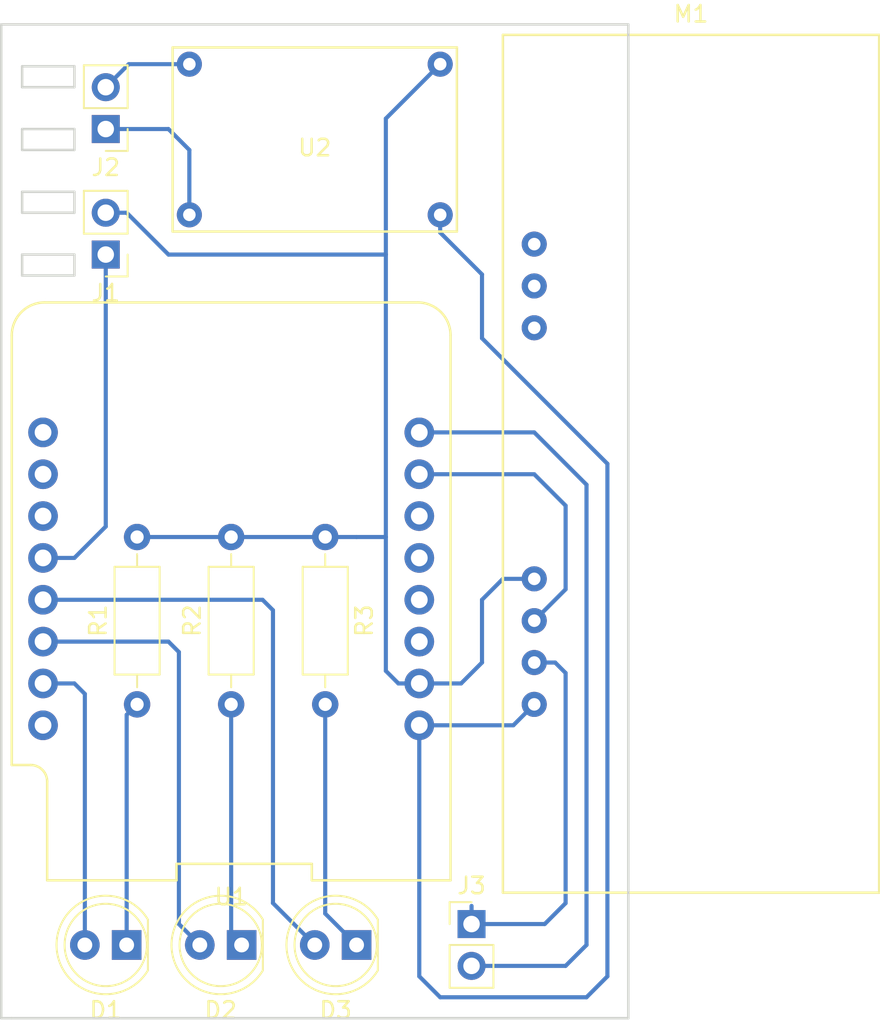
<source format=kicad_pcb>
(kicad_pcb (version 20171130) (host pcbnew 5.0.2+dfsg1-1)

  (general
    (thickness 1.6)
    (drawings 22)
    (tracks 69)
    (zones 0)
    (modules 12)
    (nets 26)
  )

  (page A4)
  (layers
    (0 F.Cu signal)
    (31 B.Cu signal)
    (32 B.Adhes user)
    (33 F.Adhes user)
    (34 B.Paste user)
    (35 F.Paste user)
    (36 B.SilkS user)
    (37 F.SilkS user)
    (38 B.Mask user)
    (39 F.Mask user)
    (40 Dwgs.User user)
    (41 Cmts.User user)
    (42 Eco1.User user)
    (43 Eco2.User user)
    (44 Edge.Cuts user)
    (45 Margin user)
    (46 B.CrtYd user)
    (47 F.CrtYd user)
    (48 B.Fab user)
    (49 F.Fab user)
  )

  (setup
    (last_trace_width 0.25)
    (trace_clearance 0.2)
    (zone_clearance 0.508)
    (zone_45_only no)
    (trace_min 0.2)
    (segment_width 0.2)
    (edge_width 0.15)
    (via_size 0.8)
    (via_drill 0.4)
    (via_min_size 0.4)
    (via_min_drill 0.3)
    (uvia_size 0.3)
    (uvia_drill 0.1)
    (uvias_allowed no)
    (uvia_min_size 0.2)
    (uvia_min_drill 0.1)
    (pcb_text_width 0.3)
    (pcb_text_size 1.5 1.5)
    (mod_edge_width 0.15)
    (mod_text_size 1 1)
    (mod_text_width 0.15)
    (pad_size 1.524 1.524)
    (pad_drill 0.762)
    (pad_to_mask_clearance 0.051)
    (solder_mask_min_width 0.25)
    (aux_axis_origin 0 0)
    (visible_elements FFFFFF7F)
    (pcbplotparams
      (layerselection 0x01000_ffffffff)
      (usegerberextensions false)
      (usegerberattributes false)
      (usegerberadvancedattributes false)
      (creategerberjobfile false)
      (excludeedgelayer true)
      (linewidth 0.100000)
      (plotframeref false)
      (viasonmask false)
      (mode 1)
      (useauxorigin false)
      (hpglpennumber 1)
      (hpglpenspeed 20)
      (hpglpendiameter 15.000000)
      (psnegative false)
      (psa4output false)
      (plotreference true)
      (plotvalue true)
      (plotinvisibletext false)
      (padsonsilk false)
      (subtractmaskfromsilk false)
      (outputformat 1)
      (mirror false)
      (drillshape 0)
      (scaleselection 1)
      (outputdirectory "./"))
  )

  (net 0 "")
  (net 1 "Net-(U1-Pad16)")
  (net 2 "Net-(U1-Pad3)")
  (net 3 "Net-(U1-Pad4)")
  (net 4 "Net-(U1-Pad5)")
  (net 5 "Net-(U1-Pad11)")
  (net 6 "Net-(U1-Pad6)")
  (net 7 "Net-(U1-Pad10)")
  (net 8 "Net-(U1-Pad9)")
  (net 9 "Net-(M1-Pad3)")
  (net 10 "Net-(J1-Pad1)")
  (net 11 "Net-(J1-Pad2)")
  (net 12 "Net-(J2-Pad1)")
  (net 13 "Net-(J2-Pad2)")
  (net 14 "Net-(D1-Pad2)")
  (net 15 "Net-(D2-Pad2)")
  (net 16 "Net-(D3-Pad2)")
  (net 17 "Net-(M1-Pad7)")
  (net 18 "Net-(M1-Pad6)")
  (net 19 "Net-(M1-Pad5)")
  (net 20 "Net-(D1-Pad1)")
  (net 21 "Net-(D2-Pad1)")
  (net 22 "Net-(D3-Pad1)")
  (net 23 "Net-(J3-Pad2)")
  (net 24 "Net-(J3-Pad1)")
  (net 25 "Net-(M1-Pad1)")

  (net_class Default "This is the default net class."
    (clearance 0.2)
    (trace_width 0.25)
    (via_dia 0.8)
    (via_drill 0.4)
    (uvia_dia 0.3)
    (uvia_drill 0.1)
    (add_net "Net-(D1-Pad1)")
    (add_net "Net-(D1-Pad2)")
    (add_net "Net-(D2-Pad1)")
    (add_net "Net-(D2-Pad2)")
    (add_net "Net-(D3-Pad1)")
    (add_net "Net-(D3-Pad2)")
    (add_net "Net-(J1-Pad1)")
    (add_net "Net-(J1-Pad2)")
    (add_net "Net-(J2-Pad1)")
    (add_net "Net-(J2-Pad2)")
    (add_net "Net-(J3-Pad1)")
    (add_net "Net-(J3-Pad2)")
    (add_net "Net-(M1-Pad1)")
    (add_net "Net-(M1-Pad3)")
    (add_net "Net-(M1-Pad5)")
    (add_net "Net-(M1-Pad6)")
    (add_net "Net-(M1-Pad7)")
    (add_net "Net-(U1-Pad10)")
    (add_net "Net-(U1-Pad11)")
    (add_net "Net-(U1-Pad16)")
    (add_net "Net-(U1-Pad3)")
    (add_net "Net-(U1-Pad4)")
    (add_net "Net-(U1-Pad5)")
    (add_net "Net-(U1-Pad6)")
    (add_net "Net-(U1-Pad9)")
  )

  (module Connector_PinHeader_2.54mm:PinHeader_1x02_P2.54mm_Vertical (layer F.Cu) (tedit 59FED5CC) (tstamp 5D50FE4A)
    (at 97.79 93.345 180)
    (descr "Through hole straight pin header, 1x02, 2.54mm pitch, single row")
    (tags "Through hole pin header THT 1x02 2.54mm single row")
    (path /5D4B4F88)
    (fp_text reference J1 (at 0 -2.33 180) (layer F.SilkS)
      (effects (font (size 1 1) (thickness 0.15)))
    )
    (fp_text value "Relay output" (at 0 4.87 180) (layer F.Fab)
      (effects (font (size 1 1) (thickness 0.15)))
    )
    (fp_line (start -0.635 -1.27) (end 1.27 -1.27) (layer F.Fab) (width 0.1))
    (fp_line (start 1.27 -1.27) (end 1.27 3.81) (layer F.Fab) (width 0.1))
    (fp_line (start 1.27 3.81) (end -1.27 3.81) (layer F.Fab) (width 0.1))
    (fp_line (start -1.27 3.81) (end -1.27 -0.635) (layer F.Fab) (width 0.1))
    (fp_line (start -1.27 -0.635) (end -0.635 -1.27) (layer F.Fab) (width 0.1))
    (fp_line (start -1.33 3.87) (end 1.33 3.87) (layer F.SilkS) (width 0.12))
    (fp_line (start -1.33 1.27) (end -1.33 3.87) (layer F.SilkS) (width 0.12))
    (fp_line (start 1.33 1.27) (end 1.33 3.87) (layer F.SilkS) (width 0.12))
    (fp_line (start -1.33 1.27) (end 1.33 1.27) (layer F.SilkS) (width 0.12))
    (fp_line (start -1.33 0) (end -1.33 -1.33) (layer F.SilkS) (width 0.12))
    (fp_line (start -1.33 -1.33) (end 0 -1.33) (layer F.SilkS) (width 0.12))
    (fp_line (start -1.8 -1.8) (end -1.8 4.35) (layer F.CrtYd) (width 0.05))
    (fp_line (start -1.8 4.35) (end 1.8 4.35) (layer F.CrtYd) (width 0.05))
    (fp_line (start 1.8 4.35) (end 1.8 -1.8) (layer F.CrtYd) (width 0.05))
    (fp_line (start 1.8 -1.8) (end -1.8 -1.8) (layer F.CrtYd) (width 0.05))
    (fp_text user %R (at 0 1.27) (layer F.Fab)
      (effects (font (size 1 1) (thickness 0.15)))
    )
    (pad 1 thru_hole rect (at 0 0 180) (size 1.7 1.7) (drill 1) (layers *.Cu *.Mask)
      (net 10 "Net-(J1-Pad1)"))
    (pad 2 thru_hole oval (at 0 2.54 180) (size 1.7 1.7) (drill 1) (layers *.Cu *.Mask)
      (net 11 "Net-(J1-Pad2)"))
    (model ${KISYS3DMOD}/Connector_PinHeader_2.54mm.3dshapes/PinHeader_1x02_P2.54mm_Vertical.wrl
      (at (xyz 0 0 0))
      (scale (xyz 1 1 1))
      (rotate (xyz 0 0 0))
    )
  )

  (module hal9k:hw-726 (layer F.Cu) (tedit 5D4ACAD2) (tstamp 5D4ADEDF)
    (at 121.92 80.01)
    (path /5D49BC44)
    (fp_text reference M1 (at 11.43 -1.27) (layer F.SilkS)
      (effects (font (size 1 1) (thickness 0.15)))
    )
    (fp_text value hw-726 (at 12.065 27.94 90) (layer F.Fab)
      (effects (font (size 1 1) (thickness 0.15)))
    )
    (fp_line (start 0 52.07) (end 0 0) (layer F.SilkS) (width 0.15))
    (fp_line (start 22.86 52.07) (end 0 52.07) (layer F.SilkS) (width 0.15))
    (fp_line (start 22.86 0) (end 22.86 52.07) (layer F.SilkS) (width 0.15))
    (fp_line (start 0 0) (end 22.86 0) (layer F.SilkS) (width 0.15))
    (pad 1 thru_hole circle (at 1.905 40.64) (size 1.524 1.524) (drill 0.762) (layers *.Cu *.Mask)
      (net 25 "Net-(M1-Pad1)"))
    (pad 2 thru_hole circle (at 1.905 38.1) (size 1.524 1.524) (drill 0.762) (layers *.Cu *.Mask)
      (net 24 "Net-(J3-Pad1)"))
    (pad 3 thru_hole circle (at 1.905 35.56) (size 1.524 1.524) (drill 0.762) (layers *.Cu *.Mask)
      (net 9 "Net-(M1-Pad3)"))
    (pad 4 thru_hole circle (at 1.905 33.02) (size 1.524 1.524) (drill 0.762) (layers *.Cu *.Mask)
      (net 11 "Net-(J1-Pad2)"))
    (pad 5 thru_hole circle (at 1.905 17.78) (size 1.524 1.524) (drill 0.762) (layers *.Cu *.Mask)
      (net 19 "Net-(M1-Pad5)"))
    (pad 6 thru_hole circle (at 1.905 15.24) (size 1.524 1.524) (drill 0.762) (layers *.Cu *.Mask)
      (net 18 "Net-(M1-Pad6)"))
    (pad 7 thru_hole circle (at 1.905 12.7) (size 1.524 1.524) (drill 0.762) (layers *.Cu *.Mask)
      (net 17 "Net-(M1-Pad7)"))
  )

  (module wemos-d1-mini:wemos-d1-mini-with-pin-header (layer F.Cu) (tedit 58B56635) (tstamp 5D515768)
    (at 105.41 113.03 90)
    (path /5D4984BA)
    (fp_text reference U1 (at -19.3 0 180) (layer F.SilkS)
      (effects (font (size 1 1) (thickness 0.15)))
    )
    (fp_text value WeMos_mini (at 10.16 -3.81 90) (layer F.Fab)
      (effects (font (size 1 1) (thickness 0.15)))
    )
    (fp_line (start -18.3 13.33) (end 14.78 13.33) (layer F.SilkS) (width 0.15))
    (fp_line (start 16.78 11.33) (end 16.78 -11.33) (layer F.SilkS) (width 0.15))
    (fp_line (start 14.78 -13.33) (end -11.3 -13.33) (layer F.SilkS) (width 0.15))
    (fp_line (start -18.3 -11.18) (end -18.3 -3.32) (layer F.SilkS) (width 0.15))
    (fp_line (start -18.3 -3.32) (end -17.3 -3.32) (layer F.SilkS) (width 0.15))
    (fp_line (start -17.3 -3.32) (end -17.3 4.9) (layer F.SilkS) (width 0.15))
    (fp_line (start -17.3 4.9) (end -18.3 4.9) (layer F.SilkS) (width 0.15))
    (fp_line (start -18.3 4.9) (end -18.3 13.329999) (layer F.SilkS) (width 0.15))
    (fp_line (start -11.48 -13.5) (end 14.85 -13.5) (layer F.CrtYd) (width 0.05))
    (fp_line (start 16.94 -11.5) (end 16.94 11.5) (layer F.CrtYd) (width 0.05))
    (fp_line (start 14.94 13.5) (end -18.46 13.5) (layer F.CrtYd) (width 0.05))
    (fp_line (start -18.46 13.5) (end -18.46 -11.33) (layer F.CrtYd) (width 0.05))
    (fp_arc (start 14.78 -11.33) (end 14.78 -13.33) (angle 90) (layer F.SilkS) (width 0.15))
    (fp_arc (start 14.78 11.33) (end 16.78 11.33) (angle 90) (layer F.SilkS) (width 0.15))
    (fp_arc (start 14.94 11.5) (end 16.94 11.5) (angle 90) (layer F.CrtYd) (width 0.05))
    (fp_arc (start 14.94 -11.5) (end 14.85 -13.5) (angle 92.57657183) (layer F.CrtYd) (width 0.05))
    (fp_line (start -18.3 -11.18) (end -12.3 -11.18) (layer F.SilkS) (width 0.15))
    (fp_arc (start -12.3 -12.18) (end -11.3 -12.18) (angle 90) (layer F.SilkS) (width 0.15))
    (fp_line (start -11.3 -12.17) (end -11.3 -13.33) (layer F.SilkS) (width 0.15))
    (fp_line (start -11.3 -13.33) (end -11.3 -13.33) (layer F.SilkS) (width 0.15))
    (fp_line (start -11.48 -13.5) (end -11.48 -12.33) (layer F.CrtYd) (width 0.05))
    (fp_line (start -18.46 -11.33) (end -12.48 -11.33) (layer F.CrtYd) (width 0.05))
    (fp_arc (start -12.48 -12.33) (end -11.48 -12.33) (angle 90) (layer F.CrtYd) (width 0.05))
    (pad 16 thru_hole circle (at -8.89 -11.43 90) (size 1.8 1.8) (drill 1.016) (layers *.Cu *.Mask)
      (net 1 "Net-(U1-Pad16)"))
    (pad 1 thru_hole circle (at -8.89 11.43 90) (size 1.8 1.8) (drill 1.016) (layers *.Cu *.Mask)
      (net 25 "Net-(M1-Pad1)"))
    (pad 15 thru_hole circle (at -6.35 -11.43 90) (size 1.8 1.8) (drill 1.016) (layers *.Cu *.Mask)
      (net 14 "Net-(D1-Pad2)"))
    (pad 2 thru_hole circle (at -6.35 11.43 90) (size 1.8 1.8) (drill 1.016) (layers *.Cu *.Mask)
      (net 11 "Net-(J1-Pad2)"))
    (pad 14 thru_hole circle (at -3.81 -11.43 90) (size 1.8 1.8) (drill 1.016) (layers *.Cu *.Mask)
      (net 15 "Net-(D2-Pad2)"))
    (pad 3 thru_hole circle (at -3.81 11.43 90) (size 1.8 1.8) (drill 1.016) (layers *.Cu *.Mask)
      (net 2 "Net-(U1-Pad3)"))
    (pad 13 thru_hole circle (at -1.27 -11.43 90) (size 1.8 1.8) (drill 1.016) (layers *.Cu *.Mask)
      (net 16 "Net-(D3-Pad2)"))
    (pad 4 thru_hole circle (at -1.27 11.43 90) (size 1.8 1.8) (drill 1.016) (layers *.Cu *.Mask)
      (net 3 "Net-(U1-Pad4)"))
    (pad 12 thru_hole circle (at 1.27 -11.43 90) (size 1.8 1.8) (drill 1.016) (layers *.Cu *.Mask)
      (net 10 "Net-(J1-Pad1)"))
    (pad 5 thru_hole circle (at 1.27 11.43 90) (size 1.8 1.8) (drill 1.016) (layers *.Cu *.Mask)
      (net 4 "Net-(U1-Pad5)"))
    (pad 11 thru_hole circle (at 3.81 -11.43 90) (size 1.8 1.8) (drill 1.016) (layers *.Cu *.Mask)
      (net 5 "Net-(U1-Pad11)"))
    (pad 6 thru_hole circle (at 3.81 11.43 90) (size 1.8 1.8) (drill 1.016) (layers *.Cu *.Mask)
      (net 6 "Net-(U1-Pad6)"))
    (pad 10 thru_hole circle (at 6.35 -11.43 90) (size 1.8 1.8) (drill 1.016) (layers *.Cu *.Mask)
      (net 7 "Net-(U1-Pad10)"))
    (pad 7 thru_hole circle (at 6.35 11.43 90) (size 1.8 1.8) (drill 1.016) (layers *.Cu *.Mask)
      (net 9 "Net-(M1-Pad3)"))
    (pad 9 thru_hole circle (at 8.89 -11.43 90) (size 1.8 1.8) (drill 1.016) (layers *.Cu *.Mask)
      (net 8 "Net-(U1-Pad9)"))
    (pad 8 thru_hole circle (at 8.89 11.43 90) (size 1.8 1.8) (drill 1.016) (layers *.Cu *.Mask)
      (net 23 "Net-(J3-Pad2)"))
    (model ${KIPRJMOD}/3dshapes/wemos_d1_mini.3dshapes/d1_mini_shield.wrl
      (offset (xyz -17.89999973116897 -12.79999980776329 5.099999923405687))
      (scale (xyz 0.3937 0.3937 0.3937))
      (rotate (xyz 0 180 90))
    )
    (model ${KIPRJMOD}/3dshapes/wemos_d1_mini.3dshapes/TSW-108-05-G-S.wrl
      (offset (xyz 0 -11.39999982878918 2.599999960951919))
      (scale (xyz 0.3937 0.3937 0.3937))
      (rotate (xyz 90 0 0))
    )
    (model ${KIPRJMOD}/3dshapes/wemos_d1_mini.3dshapes/TSW-108-05-G-S.wrl
      (offset (xyz 0 11.39999982878918 2.599999960951919))
      (scale (xyz 0.3937 0.3937 0.3937))
      (rotate (xyz 90 0 0))
    )
  )

  (module Connector_PinHeader_2.54mm:PinHeader_1x02_P2.54mm_Vertical (layer F.Cu) (tedit 59FED5CC) (tstamp 5D4AE599)
    (at 97.79 85.725 180)
    (descr "Through hole straight pin header, 1x02, 2.54mm pitch, single row")
    (tags "Through hole pin header THT 1x02 2.54mm single row")
    (path /5D4A0F6C)
    (fp_text reference J2 (at 0 -2.33 180) (layer F.SilkS)
      (effects (font (size 1 1) (thickness 0.15)))
    )
    (fp_text value Power (at 0 4.87 180) (layer F.Fab)
      (effects (font (size 1 1) (thickness 0.15)))
    )
    (fp_line (start -0.635 -1.27) (end 1.27 -1.27) (layer F.Fab) (width 0.1))
    (fp_line (start 1.27 -1.27) (end 1.27 3.81) (layer F.Fab) (width 0.1))
    (fp_line (start 1.27 3.81) (end -1.27 3.81) (layer F.Fab) (width 0.1))
    (fp_line (start -1.27 3.81) (end -1.27 -0.635) (layer F.Fab) (width 0.1))
    (fp_line (start -1.27 -0.635) (end -0.635 -1.27) (layer F.Fab) (width 0.1))
    (fp_line (start -1.33 3.87) (end 1.33 3.87) (layer F.SilkS) (width 0.12))
    (fp_line (start -1.33 1.27) (end -1.33 3.87) (layer F.SilkS) (width 0.12))
    (fp_line (start 1.33 1.27) (end 1.33 3.87) (layer F.SilkS) (width 0.12))
    (fp_line (start -1.33 1.27) (end 1.33 1.27) (layer F.SilkS) (width 0.12))
    (fp_line (start -1.33 0) (end -1.33 -1.33) (layer F.SilkS) (width 0.12))
    (fp_line (start -1.33 -1.33) (end 0 -1.33) (layer F.SilkS) (width 0.12))
    (fp_line (start -1.8 -1.8) (end -1.8 4.35) (layer F.CrtYd) (width 0.05))
    (fp_line (start -1.8 4.35) (end 1.8 4.35) (layer F.CrtYd) (width 0.05))
    (fp_line (start 1.8 4.35) (end 1.8 -1.8) (layer F.CrtYd) (width 0.05))
    (fp_line (start 1.8 -1.8) (end -1.8 -1.8) (layer F.CrtYd) (width 0.05))
    (fp_text user %R (at 0 1.27 270) (layer F.Fab)
      (effects (font (size 1 1) (thickness 0.15)))
    )
    (pad 1 thru_hole rect (at 0 0 180) (size 1.7 1.7) (drill 1) (layers *.Cu *.Mask)
      (net 12 "Net-(J2-Pad1)"))
    (pad 2 thru_hole oval (at 0 2.54 180) (size 1.7 1.7) (drill 1) (layers *.Cu *.Mask)
      (net 13 "Net-(J2-Pad2)"))
    (model ${KISYS3DMOD}/Connector_PinHeader_2.54mm.3dshapes/PinHeader_1x02_P2.54mm_Vertical.wrl
      (at (xyz 0 0 0))
      (scale (xyz 1 1 1))
      (rotate (xyz 0 0 0))
    )
  )

  (module hal9k:DSN-MINI-360 (layer F.Cu) (tedit 5D4AA84C) (tstamp 5D4AE526)
    (at 110.49 86.36)
    (path /5D4A0592)
    (fp_text reference U2 (at 0 0.5) (layer F.SilkS)
      (effects (font (size 1 1) (thickness 0.15)))
    )
    (fp_text value MH-MINI-360 (at 0 -0.5) (layer F.Fab)
      (effects (font (size 1 1) (thickness 0.15)))
    )
    (fp_line (start -8.636 -5.588) (end -8.636 -4.572) (layer F.SilkS) (width 0.15))
    (fp_line (start 8.636 -4.572) (end 8.636 -5.588) (layer F.SilkS) (width 0.15))
    (fp_line (start 8.636 5.588) (end 8.636 4.572) (layer F.SilkS) (width 0.15))
    (fp_line (start -8.636 4.572) (end -8.636 5.588) (layer F.SilkS) (width 0.15))
    (fp_line (start 8.636 5.588) (end -8.636 5.588) (layer F.SilkS) (width 0.15))
    (fp_line (start -8.636 -5.588) (end 8.636 -5.588) (layer F.SilkS) (width 0.15))
    (fp_line (start 8.636 -4.572) (end 8.636 4.572) (layer F.SilkS) (width 0.15))
    (fp_line (start -8.636 4.572) (end -8.636 -4.572) (layer F.SilkS) (width 0.15))
    (pad IN- thru_hole circle (at -7.62 -4.572) (size 1.524 1.524) (drill 0.762) (layers *.Cu *.Mask)
      (net 13 "Net-(J2-Pad2)"))
    (pad OUT- thru_hole circle (at 7.62 -4.572) (size 1.524 1.524) (drill 0.762) (layers *.Cu *.Mask)
      (net 11 "Net-(J1-Pad2)"))
    (pad OUT+ thru_hole circle (at 7.62 4.572) (size 1.524 1.524) (drill 0.762) (layers *.Cu *.Mask)
      (net 25 "Net-(M1-Pad1)"))
    (pad IN+ thru_hole circle (at -7.62 4.572) (size 1.524 1.524) (drill 0.762) (layers *.Cu *.Mask)
      (net 12 "Net-(J2-Pad1)"))
  )

  (module Resistor_THT:R_Axial_DIN0207_L6.3mm_D2.5mm_P10.16mm_Horizontal (layer F.Cu) (tedit 5AE5139B) (tstamp 5D515661)
    (at 99.695 120.65 90)
    (descr "Resistor, Axial_DIN0207 series, Axial, Horizontal, pin pitch=10.16mm, 0.25W = 1/4W, length*diameter=6.3*2.5mm^2, http://cdn-reichelt.de/documents/datenblatt/B400/1_4W%23YAG.pdf")
    (tags "Resistor Axial_DIN0207 series Axial Horizontal pin pitch 10.16mm 0.25W = 1/4W length 6.3mm diameter 2.5mm")
    (path /5D4A2E78)
    (fp_text reference R1 (at 5.08 -2.37 90) (layer F.SilkS)
      (effects (font (size 1 1) (thickness 0.15)))
    )
    (fp_text value 330 (at 5.08 2.37 90) (layer F.Fab)
      (effects (font (size 1 1) (thickness 0.15)))
    )
    (fp_line (start 1.93 -1.25) (end 1.93 1.25) (layer F.Fab) (width 0.1))
    (fp_line (start 1.93 1.25) (end 8.23 1.25) (layer F.Fab) (width 0.1))
    (fp_line (start 8.23 1.25) (end 8.23 -1.25) (layer F.Fab) (width 0.1))
    (fp_line (start 8.23 -1.25) (end 1.93 -1.25) (layer F.Fab) (width 0.1))
    (fp_line (start 0 0) (end 1.93 0) (layer F.Fab) (width 0.1))
    (fp_line (start 10.16 0) (end 8.23 0) (layer F.Fab) (width 0.1))
    (fp_line (start 1.81 -1.37) (end 1.81 1.37) (layer F.SilkS) (width 0.12))
    (fp_line (start 1.81 1.37) (end 8.35 1.37) (layer F.SilkS) (width 0.12))
    (fp_line (start 8.35 1.37) (end 8.35 -1.37) (layer F.SilkS) (width 0.12))
    (fp_line (start 8.35 -1.37) (end 1.81 -1.37) (layer F.SilkS) (width 0.12))
    (fp_line (start 1.04 0) (end 1.81 0) (layer F.SilkS) (width 0.12))
    (fp_line (start 9.12 0) (end 8.35 0) (layer F.SilkS) (width 0.12))
    (fp_line (start -1.05 -1.5) (end -1.05 1.5) (layer F.CrtYd) (width 0.05))
    (fp_line (start -1.05 1.5) (end 11.21 1.5) (layer F.CrtYd) (width 0.05))
    (fp_line (start 11.21 1.5) (end 11.21 -1.5) (layer F.CrtYd) (width 0.05))
    (fp_line (start 11.21 -1.5) (end -1.05 -1.5) (layer F.CrtYd) (width 0.05))
    (fp_text user %R (at 5.08 0 90) (layer F.Fab)
      (effects (font (size 1 1) (thickness 0.15)))
    )
    (pad 1 thru_hole circle (at 0 0 90) (size 1.6 1.6) (drill 0.8) (layers *.Cu *.Mask)
      (net 20 "Net-(D1-Pad1)"))
    (pad 2 thru_hole oval (at 10.16 0 90) (size 1.6 1.6) (drill 0.8) (layers *.Cu *.Mask)
      (net 11 "Net-(J1-Pad2)"))
    (model ${KISYS3DMOD}/Resistor_THT.3dshapes/R_Axial_DIN0207_L6.3mm_D2.5mm_P10.16mm_Horizontal.wrl
      (at (xyz 0 0 0))
      (scale (xyz 1 1 1))
      (rotate (xyz 0 0 0))
    )
  )

  (module Resistor_THT:R_Axial_DIN0207_L6.3mm_D2.5mm_P10.16mm_Horizontal (layer F.Cu) (tedit 5AE5139B) (tstamp 5D4F81D4)
    (at 105.41 120.65 90)
    (descr "Resistor, Axial_DIN0207 series, Axial, Horizontal, pin pitch=10.16mm, 0.25W = 1/4W, length*diameter=6.3*2.5mm^2, http://cdn-reichelt.de/documents/datenblatt/B400/1_4W%23YAG.pdf")
    (tags "Resistor Axial_DIN0207 series Axial Horizontal pin pitch 10.16mm 0.25W = 1/4W length 6.3mm diameter 2.5mm")
    (path /5D4A32C7)
    (fp_text reference R2 (at 5.08 -2.37 90) (layer F.SilkS)
      (effects (font (size 1 1) (thickness 0.15)))
    )
    (fp_text value 330 (at 5.08 2.37 90) (layer F.Fab)
      (effects (font (size 1 1) (thickness 0.15)))
    )
    (fp_text user %R (at 5.08 0 90) (layer F.Fab)
      (effects (font (size 1 1) (thickness 0.15)))
    )
    (fp_line (start 11.21 -1.5) (end -1.05 -1.5) (layer F.CrtYd) (width 0.05))
    (fp_line (start 11.21 1.5) (end 11.21 -1.5) (layer F.CrtYd) (width 0.05))
    (fp_line (start -1.05 1.5) (end 11.21 1.5) (layer F.CrtYd) (width 0.05))
    (fp_line (start -1.05 -1.5) (end -1.05 1.5) (layer F.CrtYd) (width 0.05))
    (fp_line (start 9.12 0) (end 8.35 0) (layer F.SilkS) (width 0.12))
    (fp_line (start 1.04 0) (end 1.81 0) (layer F.SilkS) (width 0.12))
    (fp_line (start 8.35 -1.37) (end 1.81 -1.37) (layer F.SilkS) (width 0.12))
    (fp_line (start 8.35 1.37) (end 8.35 -1.37) (layer F.SilkS) (width 0.12))
    (fp_line (start 1.81 1.37) (end 8.35 1.37) (layer F.SilkS) (width 0.12))
    (fp_line (start 1.81 -1.37) (end 1.81 1.37) (layer F.SilkS) (width 0.12))
    (fp_line (start 10.16 0) (end 8.23 0) (layer F.Fab) (width 0.1))
    (fp_line (start 0 0) (end 1.93 0) (layer F.Fab) (width 0.1))
    (fp_line (start 8.23 -1.25) (end 1.93 -1.25) (layer F.Fab) (width 0.1))
    (fp_line (start 8.23 1.25) (end 8.23 -1.25) (layer F.Fab) (width 0.1))
    (fp_line (start 1.93 1.25) (end 8.23 1.25) (layer F.Fab) (width 0.1))
    (fp_line (start 1.93 -1.25) (end 1.93 1.25) (layer F.Fab) (width 0.1))
    (pad 2 thru_hole oval (at 10.16 0 90) (size 1.6 1.6) (drill 0.8) (layers *.Cu *.Mask)
      (net 11 "Net-(J1-Pad2)"))
    (pad 1 thru_hole circle (at 0 0 90) (size 1.6 1.6) (drill 0.8) (layers *.Cu *.Mask)
      (net 21 "Net-(D2-Pad1)"))
    (model ${KISYS3DMOD}/Resistor_THT.3dshapes/R_Axial_DIN0207_L6.3mm_D2.5mm_P10.16mm_Horizontal.wrl
      (at (xyz 0 0 0))
      (scale (xyz 1 1 1))
      (rotate (xyz 0 0 0))
    )
  )

  (module Resistor_THT:R_Axial_DIN0207_L6.3mm_D2.5mm_P10.16mm_Horizontal (layer F.Cu) (tedit 5AE5139B) (tstamp 5D4F7F61)
    (at 111.125 110.49 270)
    (descr "Resistor, Axial_DIN0207 series, Axial, Horizontal, pin pitch=10.16mm, 0.25W = 1/4W, length*diameter=6.3*2.5mm^2, http://cdn-reichelt.de/documents/datenblatt/B400/1_4W%23YAG.pdf")
    (tags "Resistor Axial_DIN0207 series Axial Horizontal pin pitch 10.16mm 0.25W = 1/4W length 6.3mm diameter 2.5mm")
    (path /5D4A333E)
    (fp_text reference R3 (at 5.08 -2.37 270) (layer F.SilkS)
      (effects (font (size 1 1) (thickness 0.15)))
    )
    (fp_text value 330 (at 5.08 2.37 270) (layer F.Fab)
      (effects (font (size 1 1) (thickness 0.15)))
    )
    (fp_line (start 1.93 -1.25) (end 1.93 1.25) (layer F.Fab) (width 0.1))
    (fp_line (start 1.93 1.25) (end 8.23 1.25) (layer F.Fab) (width 0.1))
    (fp_line (start 8.23 1.25) (end 8.23 -1.25) (layer F.Fab) (width 0.1))
    (fp_line (start 8.23 -1.25) (end 1.93 -1.25) (layer F.Fab) (width 0.1))
    (fp_line (start 0 0) (end 1.93 0) (layer F.Fab) (width 0.1))
    (fp_line (start 10.16 0) (end 8.23 0) (layer F.Fab) (width 0.1))
    (fp_line (start 1.81 -1.37) (end 1.81 1.37) (layer F.SilkS) (width 0.12))
    (fp_line (start 1.81 1.37) (end 8.35 1.37) (layer F.SilkS) (width 0.12))
    (fp_line (start 8.35 1.37) (end 8.35 -1.37) (layer F.SilkS) (width 0.12))
    (fp_line (start 8.35 -1.37) (end 1.81 -1.37) (layer F.SilkS) (width 0.12))
    (fp_line (start 1.04 0) (end 1.81 0) (layer F.SilkS) (width 0.12))
    (fp_line (start 9.12 0) (end 8.35 0) (layer F.SilkS) (width 0.12))
    (fp_line (start -1.05 -1.5) (end -1.05 1.5) (layer F.CrtYd) (width 0.05))
    (fp_line (start -1.05 1.5) (end 11.21 1.5) (layer F.CrtYd) (width 0.05))
    (fp_line (start 11.21 1.5) (end 11.21 -1.5) (layer F.CrtYd) (width 0.05))
    (fp_line (start 11.21 -1.5) (end -1.05 -1.5) (layer F.CrtYd) (width 0.05))
    (fp_text user %R (at 5.08 0 270) (layer F.Fab)
      (effects (font (size 1 1) (thickness 0.15)))
    )
    (pad 1 thru_hole circle (at 0 0 270) (size 1.6 1.6) (drill 0.8) (layers *.Cu *.Mask)
      (net 11 "Net-(J1-Pad2)"))
    (pad 2 thru_hole oval (at 10.16 0 270) (size 1.6 1.6) (drill 0.8) (layers *.Cu *.Mask)
      (net 22 "Net-(D3-Pad1)"))
    (model ${KISYS3DMOD}/Resistor_THT.3dshapes/R_Axial_DIN0207_L6.3mm_D2.5mm_P10.16mm_Horizontal.wrl
      (at (xyz 0 0 0))
      (scale (xyz 1 1 1))
      (rotate (xyz 0 0 0))
    )
  )

  (module Connector_PinHeader_2.54mm:PinHeader_1x02_P2.54mm_Vertical (layer F.Cu) (tedit 59FED5CC) (tstamp 5D50F8EA)
    (at 120.015 133.985)
    (descr "Through hole straight pin header, 1x02, 2.54mm pitch, single row")
    (tags "Through hole pin header THT 1x02 2.54mm single row")
    (path /5D4B5EF7)
    (fp_text reference J3 (at 0 -2.33) (layer F.SilkS)
      (effects (font (size 1 1) (thickness 0.15)))
    )
    (fp_text value "Enable ModBus" (at 0 4.87) (layer F.Fab)
      (effects (font (size 1 1) (thickness 0.15)))
    )
    (fp_text user %R (at 0 1.27 180) (layer F.Fab)
      (effects (font (size 1 1) (thickness 0.15)))
    )
    (fp_line (start 1.8 -1.8) (end -1.8 -1.8) (layer F.CrtYd) (width 0.05))
    (fp_line (start 1.8 4.35) (end 1.8 -1.8) (layer F.CrtYd) (width 0.05))
    (fp_line (start -1.8 4.35) (end 1.8 4.35) (layer F.CrtYd) (width 0.05))
    (fp_line (start -1.8 -1.8) (end -1.8 4.35) (layer F.CrtYd) (width 0.05))
    (fp_line (start -1.33 -1.33) (end 0 -1.33) (layer F.SilkS) (width 0.12))
    (fp_line (start -1.33 0) (end -1.33 -1.33) (layer F.SilkS) (width 0.12))
    (fp_line (start -1.33 1.27) (end 1.33 1.27) (layer F.SilkS) (width 0.12))
    (fp_line (start 1.33 1.27) (end 1.33 3.87) (layer F.SilkS) (width 0.12))
    (fp_line (start -1.33 1.27) (end -1.33 3.87) (layer F.SilkS) (width 0.12))
    (fp_line (start -1.33 3.87) (end 1.33 3.87) (layer F.SilkS) (width 0.12))
    (fp_line (start -1.27 -0.635) (end -0.635 -1.27) (layer F.Fab) (width 0.1))
    (fp_line (start -1.27 3.81) (end -1.27 -0.635) (layer F.Fab) (width 0.1))
    (fp_line (start 1.27 3.81) (end -1.27 3.81) (layer F.Fab) (width 0.1))
    (fp_line (start 1.27 -1.27) (end 1.27 3.81) (layer F.Fab) (width 0.1))
    (fp_line (start -0.635 -1.27) (end 1.27 -1.27) (layer F.Fab) (width 0.1))
    (pad 2 thru_hole oval (at 0 2.54) (size 1.7 1.7) (drill 1) (layers *.Cu *.Mask)
      (net 23 "Net-(J3-Pad2)"))
    (pad 1 thru_hole rect (at 0 0) (size 1.7 1.7) (drill 1) (layers *.Cu *.Mask)
      (net 24 "Net-(J3-Pad1)"))
    (model ${KISYS3DMOD}/Connector_PinHeader_2.54mm.3dshapes/PinHeader_1x02_P2.54mm_Vertical.wrl
      (at (xyz 0 0 0))
      (scale (xyz 1 1 1))
      (rotate (xyz 0 0 0))
    )
  )

  (module LED_THT:LED_D5.0mm (layer F.Cu) (tedit 5995936A) (tstamp 5D51019C)
    (at 99.06 135.255 180)
    (descr "LED, diameter 5.0mm, 2 pins, http://cdn-reichelt.de/documents/datenblatt/A500/LL-504BC2E-009.pdf")
    (tags "LED diameter 5.0mm 2 pins")
    (path /5D4A2973)
    (fp_text reference D1 (at 1.27 -3.96 180) (layer F.SilkS)
      (effects (font (size 1 1) (thickness 0.15)))
    )
    (fp_text value LED (at 1.27 3.96 180) (layer F.Fab)
      (effects (font (size 1 1) (thickness 0.15)))
    )
    (fp_arc (start 1.27 0) (end -1.23 -1.469694) (angle 299.1) (layer F.Fab) (width 0.1))
    (fp_arc (start 1.27 0) (end -1.29 -1.54483) (angle 148.9) (layer F.SilkS) (width 0.12))
    (fp_arc (start 1.27 0) (end -1.29 1.54483) (angle -148.9) (layer F.SilkS) (width 0.12))
    (fp_circle (center 1.27 0) (end 3.77 0) (layer F.Fab) (width 0.1))
    (fp_circle (center 1.27 0) (end 3.77 0) (layer F.SilkS) (width 0.12))
    (fp_line (start -1.23 -1.469694) (end -1.23 1.469694) (layer F.Fab) (width 0.1))
    (fp_line (start -1.29 -1.545) (end -1.29 1.545) (layer F.SilkS) (width 0.12))
    (fp_line (start -1.95 -3.25) (end -1.95 3.25) (layer F.CrtYd) (width 0.05))
    (fp_line (start -1.95 3.25) (end 4.5 3.25) (layer F.CrtYd) (width 0.05))
    (fp_line (start 4.5 3.25) (end 4.5 -3.25) (layer F.CrtYd) (width 0.05))
    (fp_line (start 4.5 -3.25) (end -1.95 -3.25) (layer F.CrtYd) (width 0.05))
    (fp_text user %R (at 1.25 0 180) (layer F.Fab)
      (effects (font (size 0.8 0.8) (thickness 0.2)))
    )
    (pad 1 thru_hole rect (at 0 0 180) (size 1.8 1.8) (drill 0.9) (layers *.Cu *.Mask)
      (net 20 "Net-(D1-Pad1)"))
    (pad 2 thru_hole circle (at 2.54 0 180) (size 1.8 1.8) (drill 0.9) (layers *.Cu *.Mask)
      (net 14 "Net-(D1-Pad2)"))
    (model ${KISYS3DMOD}/LED_THT.3dshapes/LED_D5.0mm.wrl
      (at (xyz 0 0 0))
      (scale (xyz 1 1 1))
      (rotate (xyz 0 0 0))
    )
  )

  (module LED_THT:LED_D5.0mm (layer F.Cu) (tedit 5995936A) (tstamp 5D50FDAD)
    (at 106.045 135.255 180)
    (descr "LED, diameter 5.0mm, 2 pins, http://cdn-reichelt.de/documents/datenblatt/A500/LL-504BC2E-009.pdf")
    (tags "LED diameter 5.0mm 2 pins")
    (path /5D4A2B9F)
    (fp_text reference D2 (at 1.27 -3.96 180) (layer F.SilkS)
      (effects (font (size 1 1) (thickness 0.15)))
    )
    (fp_text value LED (at 1.27 3.96 180) (layer F.Fab)
      (effects (font (size 1 1) (thickness 0.15)))
    )
    (fp_text user %R (at 1.25 0 180) (layer F.Fab)
      (effects (font (size 0.8 0.8) (thickness 0.2)))
    )
    (fp_line (start 4.5 -3.25) (end -1.95 -3.25) (layer F.CrtYd) (width 0.05))
    (fp_line (start 4.5 3.25) (end 4.5 -3.25) (layer F.CrtYd) (width 0.05))
    (fp_line (start -1.95 3.25) (end 4.5 3.25) (layer F.CrtYd) (width 0.05))
    (fp_line (start -1.95 -3.25) (end -1.95 3.25) (layer F.CrtYd) (width 0.05))
    (fp_line (start -1.29 -1.545) (end -1.29 1.545) (layer F.SilkS) (width 0.12))
    (fp_line (start -1.23 -1.469694) (end -1.23 1.469694) (layer F.Fab) (width 0.1))
    (fp_circle (center 1.27 0) (end 3.77 0) (layer F.SilkS) (width 0.12))
    (fp_circle (center 1.27 0) (end 3.77 0) (layer F.Fab) (width 0.1))
    (fp_arc (start 1.27 0) (end -1.29 1.54483) (angle -148.9) (layer F.SilkS) (width 0.12))
    (fp_arc (start 1.27 0) (end -1.29 -1.54483) (angle 148.9) (layer F.SilkS) (width 0.12))
    (fp_arc (start 1.27 0) (end -1.23 -1.469694) (angle 299.1) (layer F.Fab) (width 0.1))
    (pad 2 thru_hole circle (at 2.54 0 180) (size 1.8 1.8) (drill 0.9) (layers *.Cu *.Mask)
      (net 15 "Net-(D2-Pad2)"))
    (pad 1 thru_hole rect (at 0 0 180) (size 1.8 1.8) (drill 0.9) (layers *.Cu *.Mask)
      (net 21 "Net-(D2-Pad1)"))
    (model ${KISYS3DMOD}/LED_THT.3dshapes/LED_D5.0mm.wrl
      (at (xyz 0 0 0))
      (scale (xyz 1 1 1))
      (rotate (xyz 0 0 0))
    )
  )

  (module LED_THT:LED_D5.0mm (layer F.Cu) (tedit 5995936A) (tstamp 5D50FDE0)
    (at 113.03 135.255 180)
    (descr "LED, diameter 5.0mm, 2 pins, http://cdn-reichelt.de/documents/datenblatt/A500/LL-504BC2E-009.pdf")
    (tags "LED diameter 5.0mm 2 pins")
    (path /5D4A2BF4)
    (fp_text reference D3 (at 1.27 -3.96 180) (layer F.SilkS)
      (effects (font (size 1 1) (thickness 0.15)))
    )
    (fp_text value LED (at 1.27 3.96 180) (layer F.Fab)
      (effects (font (size 1 1) (thickness 0.15)))
    )
    (fp_arc (start 1.27 0) (end -1.23 -1.469694) (angle 299.1) (layer F.Fab) (width 0.1))
    (fp_arc (start 1.27 0) (end -1.29 -1.54483) (angle 148.9) (layer F.SilkS) (width 0.12))
    (fp_arc (start 1.27 0) (end -1.29 1.54483) (angle -148.9) (layer F.SilkS) (width 0.12))
    (fp_circle (center 1.27 0) (end 3.77 0) (layer F.Fab) (width 0.1))
    (fp_circle (center 1.27 0) (end 3.77 0) (layer F.SilkS) (width 0.12))
    (fp_line (start -1.23 -1.469694) (end -1.23 1.469694) (layer F.Fab) (width 0.1))
    (fp_line (start -1.29 -1.545) (end -1.29 1.545) (layer F.SilkS) (width 0.12))
    (fp_line (start -1.95 -3.25) (end -1.95 3.25) (layer F.CrtYd) (width 0.05))
    (fp_line (start -1.95 3.25) (end 4.5 3.25) (layer F.CrtYd) (width 0.05))
    (fp_line (start 4.5 3.25) (end 4.5 -3.25) (layer F.CrtYd) (width 0.05))
    (fp_line (start 4.5 -3.25) (end -1.95 -3.25) (layer F.CrtYd) (width 0.05))
    (fp_text user %R (at 1.25 0 180) (layer F.Fab)
      (effects (font (size 0.8 0.8) (thickness 0.2)))
    )
    (pad 1 thru_hole rect (at 0 0 180) (size 1.8 1.8) (drill 0.9) (layers *.Cu *.Mask)
      (net 22 "Net-(D3-Pad1)"))
    (pad 2 thru_hole circle (at 2.54 0 180) (size 1.8 1.8) (drill 0.9) (layers *.Cu *.Mask)
      (net 16 "Net-(D3-Pad2)"))
    (model ${KISYS3DMOD}/LED_THT.3dshapes/LED_D5.0mm.wrl
      (at (xyz 0 0 0))
      (scale (xyz 1 1 1))
      (rotate (xyz 0 0 0))
    )
  )

  (gr_text "WeMos+ModBus\nAnders Kvist\nanderskvist@gmail.com" (at 108.585 95.25 270) (layer Eco1.User)
    (effects (font (size 1.5 1.5) (thickness 0.3)) (justify mirror))
  )
  (gr_line (start 95.885 94.615) (end 95.885 93.345) (layer Edge.Cuts) (width 0.15))
  (gr_line (start 92.71 94.615) (end 95.885 94.615) (layer Edge.Cuts) (width 0.15))
  (gr_line (start 92.71 93.345) (end 92.71 94.615) (layer Edge.Cuts) (width 0.15))
  (gr_line (start 95.885 93.345) (end 92.71 93.345) (layer Edge.Cuts) (width 0.15))
  (gr_line (start 92.71 89.535) (end 95.885 89.535) (layer Edge.Cuts) (width 0.15))
  (gr_line (start 92.71 90.805) (end 92.71 89.535) (layer Edge.Cuts) (width 0.15))
  (gr_line (start 95.885 90.805) (end 92.71 90.805) (layer Edge.Cuts) (width 0.15))
  (gr_line (start 95.885 89.535) (end 95.885 90.805) (layer Edge.Cuts) (width 0.15))
  (gr_line (start 95.885 86.995) (end 95.885 85.725) (layer Edge.Cuts) (width 0.15))
  (gr_line (start 92.71 86.995) (end 95.885 86.995) (layer Edge.Cuts) (width 0.15))
  (gr_line (start 92.71 85.725) (end 92.71 86.995) (layer Edge.Cuts) (width 0.15))
  (gr_line (start 95.885 85.725) (end 92.71 85.725) (layer Edge.Cuts) (width 0.15))
  (gr_line (start 92.71 83.185) (end 92.71 81.915) (layer Edge.Cuts) (width 0.15))
  (gr_line (start 95.885 83.185) (end 92.71 83.185) (layer Edge.Cuts) (width 0.15))
  (gr_line (start 95.885 81.915) (end 95.885 83.185) (layer Edge.Cuts) (width 0.15))
  (gr_line (start 92.71 81.915) (end 95.885 81.915) (layer Edge.Cuts) (width 0.15))
  (gr_line (start 91.44 139.7) (end 92.075 139.7) (layer Edge.Cuts) (width 0.15))
  (gr_line (start 91.44 79.375) (end 91.44 139.7) (layer Edge.Cuts) (width 0.15))
  (gr_line (start 129.54 139.7) (end 92.075 139.7) (layer Edge.Cuts) (width 0.15))
  (gr_line (start 129.54 79.375) (end 129.54 139.7) (layer Edge.Cuts) (width 0.15))
  (gr_line (start 91.44 79.375) (end 129.54 79.375) (layer Edge.Cuts) (width 0.15))

  (segment (start 123.825 106.68) (end 116.84 106.68) (width 0.25) (layer B.Cu) (net 9))
  (segment (start 125.73 108.585) (end 123.825 106.68) (width 0.25) (layer B.Cu) (net 9))
  (segment (start 123.825 115.57) (end 125.73 113.665) (width 0.25) (layer B.Cu) (net 9))
  (segment (start 125.73 113.665) (end 125.73 108.585) (width 0.25) (layer B.Cu) (net 9))
  (segment (start 97.79 109.855) (end 97.79 93.345) (width 0.25) (layer B.Cu) (net 10))
  (segment (start 93.98 111.76) (end 95.885 111.76) (width 0.25) (layer B.Cu) (net 10))
  (segment (start 95.885 111.76) (end 97.79 109.855) (width 0.25) (layer B.Cu) (net 10))
  (segment (start 116.84 119.38) (end 119.38 119.38) (width 0.25) (layer B.Cu) (net 11))
  (segment (start 119.38 119.38) (end 120.65 118.11) (width 0.25) (layer B.Cu) (net 11))
  (segment (start 120.65 118.11) (end 120.65 114.3) (width 0.25) (layer B.Cu) (net 11))
  (segment (start 120.65 114.3) (end 121.92 113.03) (width 0.25) (layer B.Cu) (net 11))
  (segment (start 121.92 113.03) (end 123.825 113.03) (width 0.25) (layer B.Cu) (net 11))
  (segment (start 99.695 110.49) (end 105.41 110.49) (width 0.25) (layer B.Cu) (net 11))
  (segment (start 105.41 110.49) (end 111.125 110.49) (width 0.25) (layer B.Cu) (net 11))
  (segment (start 111.125 110.49) (end 113.03 110.49) (width 0.25) (layer B.Cu) (net 11))
  (segment (start 115.57 119.38) (end 114.808 118.618) (width 0.25) (layer B.Cu) (net 11))
  (segment (start 118.11 81.788) (end 114.808 85.09) (width 0.25) (layer B.Cu) (net 11))
  (segment (start 116.84 119.38) (end 115.57 119.38) (width 0.25) (layer B.Cu) (net 11))
  (segment (start 113.03 110.49) (end 114.808 110.49) (width 0.25) (layer B.Cu) (net 11))
  (segment (start 114.808 118.618) (end 114.808 110.49) (width 0.25) (layer B.Cu) (net 11))
  (segment (start 97.79 90.805) (end 99.06 90.805) (width 0.25) (layer B.Cu) (net 11))
  (segment (start 101.6 93.345) (end 114.808 93.345) (width 0.25) (layer B.Cu) (net 11))
  (segment (start 99.06 90.805) (end 101.6 93.345) (width 0.25) (layer B.Cu) (net 11))
  (segment (start 114.808 110.49) (end 114.808 93.345) (width 0.25) (layer B.Cu) (net 11))
  (segment (start 114.808 93.345) (end 114.808 85.09) (width 0.25) (layer B.Cu) (net 11))
  (segment (start 102.87 90.932) (end 102.87 86.995) (width 0.25) (layer B.Cu) (net 12))
  (segment (start 102.87 86.995) (end 101.6 85.725) (width 0.25) (layer B.Cu) (net 12))
  (segment (start 101.6 85.725) (end 97.79 85.725) (width 0.25) (layer B.Cu) (net 12))
  (segment (start 99.187 81.788) (end 102.87 81.788) (width 0.25) (layer B.Cu) (net 13))
  (segment (start 97.79 83.185) (end 99.187 81.788) (width 0.25) (layer B.Cu) (net 13))
  (segment (start 96.52 120.015) (end 96.52 135.89) (width 0.25) (layer B.Cu) (net 14))
  (segment (start 95.885 119.38) (end 96.52 120.015) (width 0.25) (layer B.Cu) (net 14))
  (segment (start 93.98 119.38) (end 95.885 119.38) (width 0.25) (layer B.Cu) (net 14))
  (segment (start 102.235 133.985) (end 103.505 135.255) (width 0.25) (layer B.Cu) (net 15))
  (segment (start 101.6 116.84) (end 102.235 117.475) (width 0.25) (layer B.Cu) (net 15))
  (segment (start 102.235 117.475) (end 102.235 133.985) (width 0.25) (layer B.Cu) (net 15))
  (segment (start 93.98 116.84) (end 101.6 116.84) (width 0.25) (layer B.Cu) (net 15))
  (segment (start 107.95 132.715) (end 110.49 135.255) (width 0.25) (layer B.Cu) (net 16))
  (segment (start 107.315 114.3) (end 107.95 114.935) (width 0.25) (layer B.Cu) (net 16))
  (segment (start 93.98 114.3) (end 107.315 114.3) (width 0.25) (layer B.Cu) (net 16))
  (segment (start 107.95 114.935) (end 107.95 132.715) (width 0.25) (layer B.Cu) (net 16))
  (segment (start 99.06 121.285) (end 99.695 120.65) (width 0.25) (layer B.Cu) (net 20))
  (segment (start 99.06 135.255) (end 99.06 121.285) (width 0.25) (layer B.Cu) (net 20))
  (segment (start 105.41 134.62) (end 106.045 135.255) (width 0.25) (layer B.Cu) (net 21))
  (segment (start 105.41 120.65) (end 105.41 134.62) (width 0.25) (layer B.Cu) (net 21))
  (segment (start 111.125 133.35) (end 113.03 135.255) (width 0.25) (layer B.Cu) (net 22))
  (segment (start 111.125 120.65) (end 111.125 133.35) (width 0.25) (layer B.Cu) (net 22))
  (segment (start 116.84 104.14) (end 123.825 104.14) (width 0.25) (layer B.Cu) (net 23))
  (segment (start 123.825 104.14) (end 127 107.315) (width 0.25) (layer B.Cu) (net 23))
  (segment (start 127 107.315) (end 127 135.255) (width 0.25) (layer B.Cu) (net 23))
  (segment (start 125.73 136.525) (end 127 135.255) (width 0.25) (layer B.Cu) (net 23))
  (segment (start 125.73 136.525) (end 120.015 136.525) (width 0.25) (layer B.Cu) (net 23))
  (segment (start 120.015 132.885) (end 120.015 133.985) (width 0.25) (layer B.Cu) (net 24))
  (segment (start 125.095 118.11) (end 123.825 118.11) (width 0.25) (layer B.Cu) (net 24))
  (segment (start 125.73 118.745) (end 125.095 118.11) (width 0.25) (layer B.Cu) (net 24))
  (segment (start 125.73 132.715) (end 125.73 118.745) (width 0.25) (layer B.Cu) (net 24))
  (segment (start 124.46 133.985) (end 125.73 132.715) (width 0.25) (layer B.Cu) (net 24))
  (segment (start 120.015 133.985) (end 124.46 133.985) (width 0.25) (layer B.Cu) (net 24))
  (segment (start 122.555 121.92) (end 123.825 120.65) (width 0.25) (layer B.Cu) (net 25))
  (segment (start 116.84 121.92) (end 122.555 121.92) (width 0.25) (layer B.Cu) (net 25))
  (segment (start 120.65 94.54963) (end 118.11 92.00963) (width 0.25) (layer B.Cu) (net 25))
  (segment (start 120.65 98.425) (end 120.65 94.54963) (width 0.25) (layer B.Cu) (net 25))
  (segment (start 118.11 92.00963) (end 118.11 90.932) (width 0.25) (layer B.Cu) (net 25))
  (segment (start 128.27 106.045) (end 120.65 98.425) (width 0.25) (layer B.Cu) (net 25))
  (segment (start 116.84 121.92) (end 116.84 137.16) (width 0.25) (layer B.Cu) (net 25))
  (segment (start 127 138.43) (end 128.27 137.16) (width 0.25) (layer B.Cu) (net 25))
  (segment (start 118.11 138.43) (end 127 138.43) (width 0.25) (layer B.Cu) (net 25))
  (segment (start 116.84 137.16) (end 118.11 138.43) (width 0.25) (layer B.Cu) (net 25))
  (segment (start 128.27 137.16) (end 128.27 106.045) (width 0.25) (layer B.Cu) (net 25))

)

</source>
